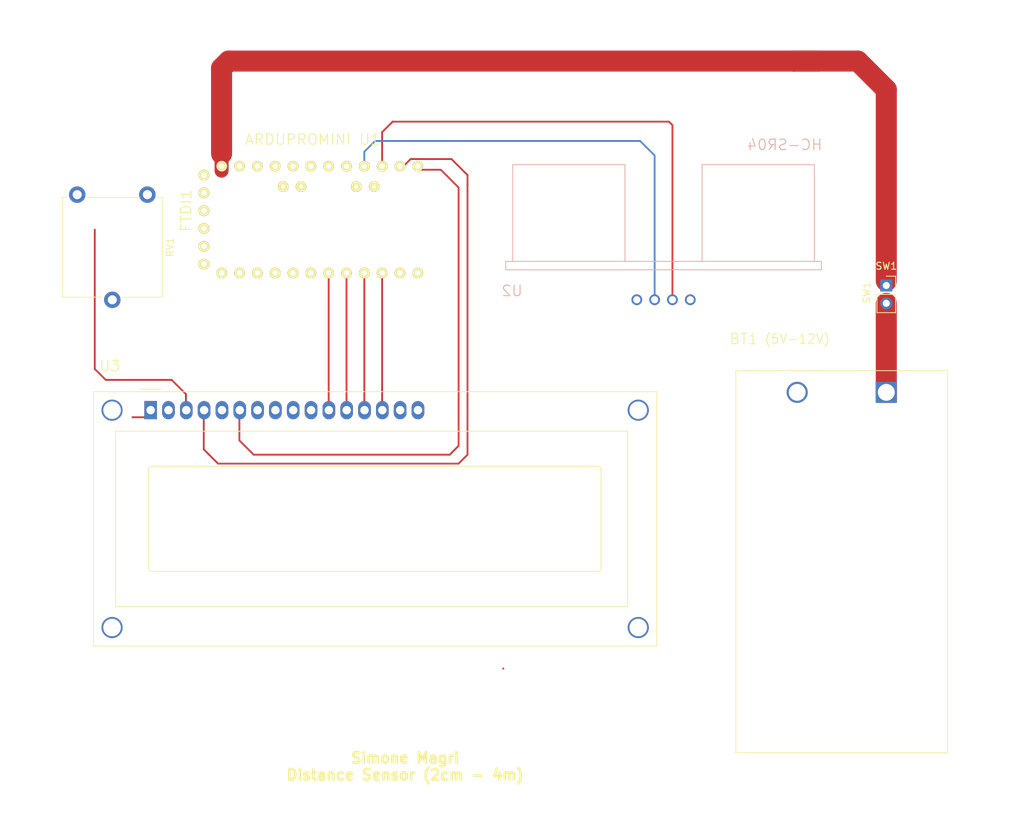
<source format=kicad_pcb>
(kicad_pcb (version 20171130) (host pcbnew 5.1.10-88a1d61d58~88~ubuntu18.04.1)

  (general
    (thickness 1.6)
    (drawings 5)
    (tracks 57)
    (zones 0)
    (modules 10)
    (nets 36)
  )

  (page A4)
  (title_block
    (title "Ultrasonic Distance Sensor (2cm - 4m) with LCD readout")
    (rev 1.0)
    (comment 4 "Author: Simone Magri")
  )

  (layers
    (0 F.Cu signal)
    (31 B.Cu signal)
    (32 B.Adhes user)
    (33 F.Adhes user)
    (34 B.Paste user)
    (35 F.Paste user)
    (36 B.SilkS user)
    (37 F.SilkS user)
    (38 B.Mask user)
    (39 F.Mask user)
    (40 Dwgs.User user)
    (41 Cmts.User user)
    (42 Eco1.User user)
    (43 Eco2.User user)
    (44 Edge.Cuts user)
    (45 Margin user)
    (46 B.CrtYd user)
    (47 F.CrtYd user)
    (48 B.Fab user)
    (49 F.Fab user)
  )

  (setup
    (last_trace_width 0.25)
    (user_trace_width 0.254)
    (user_trace_width 2)
    (user_trace_width 2.54)
    (user_trace_width 3)
    (user_trace_width 5)
    (user_trace_width 7)
    (user_trace_width 10)
    (trace_clearance 0.2)
    (zone_clearance 0.508)
    (zone_45_only no)
    (trace_min 0.2)
    (via_size 0.8)
    (via_drill 0.4)
    (via_min_size 0.4)
    (via_min_drill 0.3)
    (uvia_size 0.3)
    (uvia_drill 0.1)
    (uvias_allowed no)
    (uvia_min_size 0.2)
    (uvia_min_drill 0.1)
    (edge_width 0.05)
    (segment_width 0.2)
    (pcb_text_width 0.3)
    (pcb_text_size 1.5 1.5)
    (mod_edge_width 0.12)
    (mod_text_size 1 1)
    (mod_text_width 0.15)
    (pad_size 1.524 1.524)
    (pad_drill 0.762)
    (pad_to_mask_clearance 0)
    (aux_axis_origin 0 0)
    (visible_elements FFFFFF7F)
    (pcbplotparams
      (layerselection 0x010fc_ffffffff)
      (usegerberextensions false)
      (usegerberattributes true)
      (usegerberadvancedattributes true)
      (creategerberjobfile true)
      (excludeedgelayer true)
      (linewidth 0.100000)
      (plotframeref false)
      (viasonmask false)
      (mode 1)
      (useauxorigin false)
      (hpglpennumber 1)
      (hpglpenspeed 20)
      (hpglpendiameter 15.000000)
      (psnegative false)
      (psa4output false)
      (plotreference true)
      (plotvalue true)
      (plotinvisibletext false)
      (padsonsilk false)
      (subtractmaskfromsilk false)
      (outputformat 1)
      (mirror false)
      (drillshape 1)
      (scaleselection 1)
      (outputdirectory ""))
  )

  (net 0 "")
  (net 1 "Net-(BT1-Pad2)")
  (net 2 "Net-(BT1-Pad1)")
  (net 3 "Net-(FTDI1-Pad1)")
  (net 4 "Net-(FTDI1-Pad2)")
  (net 5 "Net-(FTDI1-Pad3)")
  (net 6 "Net-(FTDI1-Pad4)")
  (net 7 "Net-(FTDI1-Pad6)")
  (net 8 "Net-(FTDI1-Pad7)")
  (net 9 "Net-(FTDI1-Pad8)")
  (net 10 "Net-(FTDI1-Pad9)")
  (net 11 "Net-(FTDI1-Pad10)")
  (net 12 "Net-(FTDI1-Pad11)")
  (net 13 "Net-(FTDI1-Pad12)")
  (net 14 "Net-(FTDI1-Pad13)")
  (net 15 "Net-(FTDI1-Pad14)")
  (net 16 "Net-(FTDI1-Pad15)")
  (net 17 "Net-(FTDI1-Pad16)")
  (net 18 "Net-(FTDI1-Pad17)")
  (net 19 "Net-(FTDI1-Pad18)")
  (net 20 "Net-(FTDI1-Pad19)")
  (net 21 "Net-(FTDI1-Pad21)")
  (net 22 "Net-(FTDI1-Pad22)")
  (net 23 "Net-(FTDI1-Pad23)")
  (net 24 "Net-(FTDI1-Pad24)")
  (net 25 "Net-(FTDI1-Pad25)")
  (net 26 "Net-(FTDI1-Pad26)")
  (net 27 "Net-(FTDI1-Pad27)")
  (net 28 "Net-(FTDI1-Pad28)")
  (net 29 "Net-(FTDI1-Pad29)")
  (net 30 "Net-(FTDI1-Pad30)")
  (net 31 "Net-(RV1-Pad2)")
  (net 32 "Net-(U3-Pad7)")
  (net 33 "Net-(U3-Pad8)")
  (net 34 "Net-(U3-Pad9)")
  (net 35 "Net-(U3-Pad10)")

  (net_class Default "This is the default net class."
    (clearance 0.2)
    (trace_width 0.25)
    (via_dia 0.8)
    (via_drill 0.4)
    (uvia_dia 0.3)
    (uvia_drill 0.1)
    (add_net "Net-(BT1-Pad1)")
    (add_net "Net-(BT1-Pad2)")
    (add_net "Net-(FTDI1-Pad1)")
    (add_net "Net-(FTDI1-Pad10)")
    (add_net "Net-(FTDI1-Pad11)")
    (add_net "Net-(FTDI1-Pad12)")
    (add_net "Net-(FTDI1-Pad13)")
    (add_net "Net-(FTDI1-Pad14)")
    (add_net "Net-(FTDI1-Pad15)")
    (add_net "Net-(FTDI1-Pad16)")
    (add_net "Net-(FTDI1-Pad17)")
    (add_net "Net-(FTDI1-Pad18)")
    (add_net "Net-(FTDI1-Pad19)")
    (add_net "Net-(FTDI1-Pad2)")
    (add_net "Net-(FTDI1-Pad21)")
    (add_net "Net-(FTDI1-Pad22)")
    (add_net "Net-(FTDI1-Pad23)")
    (add_net "Net-(FTDI1-Pad24)")
    (add_net "Net-(FTDI1-Pad25)")
    (add_net "Net-(FTDI1-Pad26)")
    (add_net "Net-(FTDI1-Pad27)")
    (add_net "Net-(FTDI1-Pad28)")
    (add_net "Net-(FTDI1-Pad29)")
    (add_net "Net-(FTDI1-Pad3)")
    (add_net "Net-(FTDI1-Pad30)")
    (add_net "Net-(FTDI1-Pad4)")
    (add_net "Net-(FTDI1-Pad6)")
    (add_net "Net-(FTDI1-Pad7)")
    (add_net "Net-(FTDI1-Pad8)")
    (add_net "Net-(FTDI1-Pad9)")
    (add_net "Net-(RV1-Pad2)")
    (add_net "Net-(U3-Pad10)")
    (add_net "Net-(U3-Pad7)")
    (add_net "Net-(U3-Pad8)")
    (add_net "Net-(U3-Pad9)")
  )

  (module MountingHole:MountingHole_3.2mm_M3 (layer F.Cu) (tedit 56D1B4CB) (tstamp 610E2241)
    (at 175.26 149.86)
    (descr "Mounting Hole 3.2mm, no annular, M3")
    (tags "mounting hole 3.2mm no annular m3")
    (attr virtual)
    (fp_text reference REF** (at 0 -4.2) (layer F.SilkS) hide
      (effects (font (size 1 1) (thickness 0.15)))
    )
    (fp_text value MountingHole_3.2mm_M3 (at 0 4.2) (layer F.Fab)
      (effects (font (size 1 1) (thickness 0.15)))
    )
    (fp_circle (center 0 0) (end 3.45 0) (layer F.CrtYd) (width 0.05))
    (fp_circle (center 0 0) (end 3.2 0) (layer Cmts.User) (width 0.15))
    (fp_text user %R (at 0.3 0) (layer F.Fab)
      (effects (font (size 1 1) (thickness 0.15)))
    )
    (pad 1 np_thru_hole circle (at 0 0) (size 3.2 3.2) (drill 3.2) (layers *.Cu *.Mask))
  )

  (module MountingHole:MountingHole_3.2mm_M3 (layer F.Cu) (tedit 56D1B4CB) (tstamp 610E2224)
    (at 93.98 48.26)
    (descr "Mounting Hole 3.2mm, no annular, M3")
    (tags "mounting hole 3.2mm no annular m3")
    (attr virtual)
    (fp_text reference REF** (at 0 -4.2) (layer F.SilkS) hide
      (effects (font (size 1 1) (thickness 0.15)))
    )
    (fp_text value MountingHole_3.2mm_M3 (at 0 4.2) (layer F.Fab)
      (effects (font (size 1 1) (thickness 0.15)))
    )
    (fp_circle (center 0 0) (end 3.45 0) (layer F.CrtYd) (width 0.05))
    (fp_circle (center 0 0) (end 3.2 0) (layer Cmts.User) (width 0.15))
    (fp_text user %R (at 0.3 0) (layer F.Fab)
      (effects (font (size 1 1) (thickness 0.15)))
    )
    (pad 1 np_thru_hole circle (at 0 0) (size 3.2 3.2) (drill 3.2) (layers *.Cu *.Mask))
  )

  (module MountingHole:MountingHole_3.2mm_M3 (layer F.Cu) (tedit 56D1B4CB) (tstamp 610E2207)
    (at 220.98 48.26)
    (descr "Mounting Hole 3.2mm, no annular, M3")
    (tags "mounting hole 3.2mm no annular m3")
    (attr virtual)
    (fp_text reference REF** (at 0 -4.2) (layer F.SilkS) hide
      (effects (font (size 1 1) (thickness 0.15)))
    )
    (fp_text value MountingHole_3.2mm_M3 (at 0 4.2) (layer F.Fab)
      (effects (font (size 1 1) (thickness 0.15)))
    )
    (fp_circle (center 0 0) (end 3.45 0) (layer F.CrtYd) (width 0.05))
    (fp_circle (center 0 0) (end 3.2 0) (layer Cmts.User) (width 0.15))
    (fp_text user %R (at 0.3 0) (layer F.Fab)
      (effects (font (size 1 1) (thickness 0.15)))
    )
    (pad 1 np_thru_hole circle (at 0 0) (size 3.2 3.2) (drill 3.2) (layers *.Cu *.Mask))
  )

  (module MountingHole:MountingHole_3.2mm_M3 (layer F.Cu) (tedit 56D1B4CB) (tstamp 610E21EA)
    (at 93.98 149.86)
    (descr "Mounting Hole 3.2mm, no annular, M3")
    (tags "mounting hole 3.2mm no annular m3")
    (attr virtual)
    (fp_text reference REF** (at 1.778 -4.318) (layer F.SilkS) hide
      (effects (font (size 1 1) (thickness 0.15)))
    )
    (fp_text value MountingHole_3.2mm_M3 (at 0 4.2) (layer F.Fab)
      (effects (font (size 1 1) (thickness 0.15)))
    )
    (fp_circle (center 0 0) (end 3.45 0) (layer F.CrtYd) (width 0.05))
    (fp_circle (center 0 0) (end 3.2 0) (layer Cmts.User) (width 0.15))
    (fp_text user %R (at 0.3 0) (layer F.Fab)
      (effects (font (size 1 1) (thickness 0.15)))
    )
    (pad 1 np_thru_hole circle (at 0 0) (size 3.2 3.2) (drill 3.2) (layers *.Cu *.Mask))
  )

  (module ArduProMiniTKB:ArduProMini (layer F.Cu) (tedit 54CFF598) (tstamp 610E0E72)
    (at 109.7534 82.042 90)
    (path /5EA6518F)
    (autoplace_cost180 10)
    (fp_text reference FTDI1 (at 11.43 1.27 90) (layer F.SilkS)
      (effects (font (size 1.5 1.5) (thickness 0.15)))
    )
    (fp_text value "ARDUPROMINI U1" (at 21.59 19.2786 180) (layer F.SilkS)
      (effects (font (size 1.5 1.5) (thickness 0.15)))
    )
    (pad 1 thru_hole circle (at 3.81 3.81 90) (size 1.524 1.524) (drill 0.762) (layers *.Cu *.Mask F.SilkS)
      (net 3 "Net-(FTDI1-Pad1)"))
    (pad 2 thru_hole circle (at 6.35 3.81 90) (size 1.524 1.524) (drill 0.762) (layers *.Cu *.Mask F.SilkS)
      (net 4 "Net-(FTDI1-Pad2)"))
    (pad 3 thru_hole circle (at 8.89 3.81 90) (size 1.524 1.524) (drill 0.762) (layers *.Cu *.Mask F.SilkS)
      (net 5 "Net-(FTDI1-Pad3)"))
    (pad 4 thru_hole circle (at 11.43 3.81 90) (size 1.524 1.524) (drill 0.762) (layers *.Cu *.Mask F.SilkS)
      (net 6 "Net-(FTDI1-Pad4)"))
    (pad 5 thru_hole circle (at 13.97 3.81 90) (size 1.524 1.524) (drill 0.762) (layers *.Cu *.Mask F.SilkS))
    (pad 6 thru_hole circle (at 16.51 3.81 90) (size 1.524 1.524) (drill 0.762) (layers *.Cu *.Mask F.SilkS)
      (net 7 "Net-(FTDI1-Pad6)"))
    (pad 7 thru_hole circle (at 2.54 6.35 90) (size 1.524 1.524) (drill 0.762) (layers *.Cu *.Mask F.SilkS)
      (net 8 "Net-(FTDI1-Pad7)"))
    (pad 8 thru_hole circle (at 2.54 8.89 90) (size 1.524 1.524) (drill 0.762) (layers *.Cu *.Mask F.SilkS)
      (net 9 "Net-(FTDI1-Pad8)"))
    (pad 9 thru_hole circle (at 2.54 11.43 90) (size 1.524 1.524) (drill 0.762) (layers *.Cu *.Mask F.SilkS)
      (net 10 "Net-(FTDI1-Pad9)"))
    (pad 10 thru_hole circle (at 2.54 13.97 90) (size 1.524 1.524) (drill 0.762) (layers *.Cu *.Mask F.SilkS)
      (net 11 "Net-(FTDI1-Pad10)"))
    (pad 11 thru_hole circle (at 2.54 16.51 90) (size 1.524 1.524) (drill 0.762) (layers *.Cu *.Mask F.SilkS)
      (net 12 "Net-(FTDI1-Pad11)"))
    (pad 12 thru_hole circle (at 2.54 19.05 90) (size 1.524 1.524) (drill 0.762) (layers *.Cu *.Mask F.SilkS)
      (net 13 "Net-(FTDI1-Pad12)"))
    (pad 13 thru_hole circle (at 2.54 21.59 90) (size 1.524 1.524) (drill 0.762) (layers *.Cu *.Mask F.SilkS)
      (net 14 "Net-(FTDI1-Pad13)"))
    (pad 14 thru_hole circle (at 2.54 24.13 90) (size 1.524 1.524) (drill 0.762) (layers *.Cu *.Mask F.SilkS)
      (net 15 "Net-(FTDI1-Pad14)"))
    (pad 15 thru_hole circle (at 2.54 26.67 90) (size 1.524 1.524) (drill 0.762) (layers *.Cu *.Mask F.SilkS)
      (net 16 "Net-(FTDI1-Pad15)"))
    (pad 16 thru_hole circle (at 2.54 29.21 90) (size 1.524 1.524) (drill 0.762) (layers *.Cu *.Mask F.SilkS)
      (net 17 "Net-(FTDI1-Pad16)"))
    (pad 17 thru_hole circle (at 2.54 31.75 90) (size 1.524 1.524) (drill 0.762) (layers *.Cu *.Mask F.SilkS)
      (net 18 "Net-(FTDI1-Pad17)"))
    (pad 18 thru_hole circle (at 2.54 34.29 90) (size 1.524 1.524) (drill 0.762) (layers *.Cu *.Mask F.SilkS)
      (net 19 "Net-(FTDI1-Pad18)"))
    (pad 19 thru_hole circle (at 17.78 6.35 90) (size 1.524 1.524) (drill 0.762) (layers *.Cu *.Mask F.SilkS)
      (net 20 "Net-(FTDI1-Pad19)"))
    (pad 20 thru_hole circle (at 17.78 8.89 90) (size 1.524 1.524) (drill 0.762) (layers *.Cu *.Mask F.SilkS)
      (net 1 "Net-(BT1-Pad2)"))
    (pad 21 thru_hole circle (at 17.78 11.43 90) (size 1.524 1.524) (drill 0.762) (layers *.Cu *.Mask F.SilkS)
      (net 21 "Net-(FTDI1-Pad21)"))
    (pad 22 thru_hole circle (at 17.78 13.97 90) (size 1.524 1.524) (drill 0.762) (layers *.Cu *.Mask F.SilkS)
      (net 22 "Net-(FTDI1-Pad22)"))
    (pad 23 thru_hole circle (at 17.78 16.51 90) (size 1.524 1.524) (drill 0.762) (layers *.Cu *.Mask F.SilkS)
      (net 23 "Net-(FTDI1-Pad23)"))
    (pad 24 thru_hole circle (at 17.78 19.05 90) (size 1.524 1.524) (drill 0.762) (layers *.Cu *.Mask F.SilkS)
      (net 24 "Net-(FTDI1-Pad24)"))
    (pad 25 thru_hole circle (at 17.78 21.59 90) (size 1.524 1.524) (drill 0.762) (layers *.Cu *.Mask F.SilkS)
      (net 25 "Net-(FTDI1-Pad25)"))
    (pad 26 thru_hole circle (at 17.78 24.13 90) (size 1.524 1.524) (drill 0.762) (layers *.Cu *.Mask F.SilkS)
      (net 26 "Net-(FTDI1-Pad26)"))
    (pad 27 thru_hole circle (at 17.78 26.67 90) (size 1.524 1.524) (drill 0.762) (layers *.Cu *.Mask F.SilkS)
      (net 27 "Net-(FTDI1-Pad27)"))
    (pad 28 thru_hole circle (at 17.78 29.21 90) (size 1.524 1.524) (drill 0.762) (layers *.Cu *.Mask F.SilkS)
      (net 28 "Net-(FTDI1-Pad28)"))
    (pad 29 thru_hole circle (at 17.78 31.75 90) (size 1.524 1.524) (drill 0.762) (layers *.Cu *.Mask F.SilkS)
      (net 29 "Net-(FTDI1-Pad29)"))
    (pad 30 thru_hole circle (at 17.78 34.29 90) (size 1.524 1.524) (drill 0.762) (layers *.Cu *.Mask F.SilkS)
      (net 30 "Net-(FTDI1-Pad30)"))
    (pad 31 thru_hole circle (at 14.859 15.113 90) (size 1.5 1.5) (drill 0.6) (layers *.Cu *.Mask F.SilkS))
    (pad 32 thru_hole circle (at 14.859 17.653 90) (size 1.5 1.5) (drill 0.6) (layers *.Cu *.Mask F.SilkS))
    (pad 34 thru_hole circle (at 14.859 25.527 90) (size 1.5 1.5) (drill 0.6) (layers *.Cu *.Mask F.SilkS))
    (pad 35 thru_hole circle (at 14.859 28.067 90) (size 1.5 1.5) (drill 0.6) (layers *.Cu *.Mask F.SilkS))
  )

  (module XCVR_HC_SR04:XCVR_HC-SR04 (layer B.Cu) (tedit 5EAF9BFA) (tstamp 610BBDA2)
    (at 179.07 83.312)
    (path /5EAFAC5C)
    (fp_text reference U2 (at -21.59 -1.27) (layer B.SilkS)
      (effects (font (size 1.5 1.5) (thickness 0.15)) (justify mirror))
    )
    (fp_text value HC-SR04 (at 17.272 -22.098) (layer B.SilkS)
      (effects (font (size 1.5 1.5) (thickness 0.15)) (justify mirror))
    )
    (fp_line (start -21.5 -19.27) (end -5.5 -19.27) (layer B.SilkS) (width 0.127))
    (fp_line (start 5.5 -19.27) (end 21.5 -19.27) (layer B.SilkS) (width 0.127))
    (fp_line (start 22.5 -5.47) (end 21.5 -5.47) (layer B.SilkS) (width 0.127))
    (fp_line (start 21.5 -5.47) (end 5.5 -5.47) (layer B.SilkS) (width 0.127))
    (fp_line (start 5.5 -5.47) (end -5.5 -5.47) (layer B.SilkS) (width 0.127))
    (fp_line (start -5.5 -5.47) (end -21.5 -5.47) (layer B.SilkS) (width 0.127))
    (fp_line (start -21.5 -5.47) (end -22.5 -5.47) (layer B.SilkS) (width 0.127))
    (fp_line (start -22.5 -5.47) (end -22.5 -4.27) (layer B.SilkS) (width 0.127))
    (fp_line (start -22.5 -4.27) (end 22.5 -4.27) (layer B.SilkS) (width 0.127))
    (fp_line (start 22.5 -4.27) (end 22.5 -5.47) (layer B.SilkS) (width 0.127))
    (fp_line (start -21.5 -5.47) (end -21.5 -19.27) (layer B.SilkS) (width 0.127))
    (fp_line (start 21.5 -5.47) (end 21.5 -19.27) (layer B.SilkS) (width 0.127))
    (fp_line (start -5.5 -5.47) (end -5.5 -19.27) (layer B.SilkS) (width 0.127))
    (fp_line (start 5.5 -5.47) (end 5.5 -19.27) (layer B.SilkS) (width 0.127))
    (fp_line (start -22.75 -4) (end -22.75 -19.5) (layer B.CrtYd) (width 0.05))
    (fp_line (start -22.75 -19.5) (end 22.75 -19.5) (layer B.CrtYd) (width 0.05))
    (fp_line (start 22.75 -19.5) (end 22.75 -4) (layer B.CrtYd) (width 0.05))
    (fp_line (start 22.75 -4) (end 5 -4) (layer B.CrtYd) (width 0.05))
    (fp_line (start 5 -4) (end 5 1.25) (layer B.CrtYd) (width 0.05))
    (fp_line (start 5 1.25) (end -5 1.25) (layer B.CrtYd) (width 0.05))
    (fp_line (start -5 1.25) (end -5 -4) (layer B.CrtYd) (width 0.05))
    (fp_line (start -5 -4) (end -22.75 -4) (layer B.CrtYd) (width 0.05))
    (pad 2 thru_hole circle (at -1.27 0) (size 1.53 1.53) (drill 1.02) (layers *.Cu *.Mask)
      (net 28 "Net-(FTDI1-Pad28)"))
    (pad 3 thru_hole circle (at 1.27 0) (size 1.53 1.53) (drill 1.02) (layers *.Cu *.Mask)
      (net 27 "Net-(FTDI1-Pad27)"))
    (pad 4 thru_hole circle (at 3.81 0) (size 1.53 1.53) (drill 1.02) (layers *.Cu *.Mask)
      (net 1 "Net-(BT1-Pad2)"))
    (pad 1 thru_hole circle (at -3.81 0) (size 1.53 1.53) (drill 1.02) (layers *.Cu *.Mask)
      (net 22 "Net-(FTDI1-Pad22)"))
  )

  (module Battery:BatteryHolder_Eagle_12BH611-GR (layer F.Cu) (tedit 5F4B6D66) (tstamp 610BBE24)
    (at 210.82 96.52 90)
    (descr https://eu.mouser.com/datasheet/2/209/EPD-200766-1274481.pdf)
    (tags "9V Battery Holder")
    (path /5EB40D5F)
    (fp_text reference BT1 (at 7.62 -20.32 180) (layer F.SilkS)
      (effects (font (size 1.5 1.5) (thickness 0.15)))
    )
    (fp_text value "(5V-12V)" (at 7.62 -12.7 180) (layer F.SilkS)
      (effects (font (size 1.3 1.3) (thickness 0.15)))
    )
    (fp_line (start -51.4 -21.45) (end 3.1 -21.45) (layer F.SilkS) (width 0.12))
    (fp_line (start 3.1 -21.45) (end 3.1 8.75) (layer F.SilkS) (width 0.12))
    (fp_line (start 3.1 8.75) (end -51.4 8.75) (layer F.SilkS) (width 0.12))
    (fp_line (start -51.4 8.75) (end -51.4 -21.45) (layer F.SilkS) (width 0.12))
    (fp_line (start -51.9 -21.95) (end 3.6 -21.95) (layer F.CrtYd) (width 0.05))
    (fp_line (start 3.6 -21.95) (end 3.6 9.25) (layer F.CrtYd) (width 0.05))
    (fp_line (start 3.6 9.25) (end -51.9 9.25) (layer F.CrtYd) (width 0.05))
    (fp_line (start -51.9 9.25) (end -51.9 -21.95) (layer F.CrtYd) (width 0.05))
    (fp_line (start 1.85 8.75) (end 1.85 -21.45) (layer F.Fab) (width 0.1))
    (fp_line (start -2 -21.45) (end -2 8.75) (layer F.Fab) (width 0.1))
    (fp_line (start -2 -14.75) (end -4 -14.75) (layer F.Fab) (width 0.1))
    (fp_line (start -4 -14.75) (end -4 -10.65) (layer F.Fab) (width 0.1))
    (fp_line (start -4 -10.65) (end -2 -10.65) (layer F.Fab) (width 0.1))
    (fp_line (start -2 -0.25) (end -4 -0.25) (layer F.Fab) (width 0.1))
    (fp_line (start -4 -2.55) (end -4 2.55) (layer F.Fab) (width 0.1))
    (fp_line (start -4 0.25) (end -2 0.25) (layer F.Fab) (width 0.1))
    (fp_line (start -4 -2.05) (end -2 -2.05) (layer F.Fab) (width 0.1))
    (fp_line (start -2 -2.55) (end -4 -2.55) (layer F.Fab) (width 0.1))
    (fp_line (start -4 2.55) (end -2 2.55) (layer F.Fab) (width 0.1))
    (fp_line (start -2 2.05) (end -4 2.05) (layer F.Fab) (width 0.1))
    (fp_line (start -2 -19.35) (end -27 -19.35) (layer F.Fab) (width 0.1))
    (fp_line (start -27 -19.35) (end -27 -21.45) (layer F.Fab) (width 0.1))
    (fp_line (start -2 6.65) (end -27 6.65) (layer F.Fab) (width 0.1))
    (fp_line (start -27 6.65) (end -27 8.75) (layer F.Fab) (width 0.1))
    (fp_line (start -51.4 -15.35) (end -47 -15.35) (layer F.Fab) (width 0.1))
    (fp_line (start -51.4 2.65) (end -47 2.65) (layer F.Fab) (width 0.1))
    (fp_line (start -50 2.65) (end -50 -15.35) (layer F.Fab) (width 0.1))
    (fp_line (start -49 2.65) (end -49 -15.35) (layer F.Fab) (width 0.1))
    (fp_line (start -48 2.65) (end -48 -15.35) (layer F.Fab) (width 0.1))
    (fp_line (start -47 2.65) (end -47 -15.35) (layer F.Fab) (width 0.1))
    (fp_line (start -51.4 8.75) (end -51.4 -21.45) (layer F.Fab) (width 0.1))
    (fp_line (start -51.4 -21.45) (end 3.1 -21.45) (layer F.Fab) (width 0.1))
    (fp_line (start 3.1 8.75) (end -51.4 8.75) (layer F.Fab) (width 0.1))
    (fp_line (start 3.1 -21.45) (end 3.1 8.75) (layer F.Fab) (width 0.1))
    (fp_text user + (at -7 0 90) (layer F.Fab)
      (effects (font (size 3 3) (thickness 0.45)))
    )
    (fp_text user - (at -7 -12.7 90) (layer F.Fab)
      (effects (font (size 3 3) (thickness 0.45)))
    )
    (fp_text user %R (at -39.624 0.508 270) (layer F.Fab)
      (effects (font (size 1 1) (thickness 0.15)))
    )
    (pad 2 thru_hole circle (at 0 -12.7 90) (size 3 3) (drill 2.4) (layers *.Cu *.Mask)
      (net 1 "Net-(BT1-Pad2)"))
    (pad 1 thru_hole rect (at 0 0 90) (size 3 3) (drill 2.4) (layers *.Cu *.Mask)
      (net 2 "Net-(BT1-Pad1)"))
    (pad "" np_thru_hole circle (at -10.9 -17.45 90) (size 2.6 2.6) (drill 2.6) (layers *.Cu *.Mask))
    (pad "" np_thru_hole circle (at -38.9 -17.45 90) (size 2.6 2.6) (drill 2.6) (layers *.Cu *.Mask))
    (pad "" np_thru_hole circle (at -24.15 4.75 90) (size 2.6 2.6) (drill 2.6) (layers *.Cu *.Mask))
    (model ${KISYS3DMOD}/Battery.3dshapes/BatteryHolder_Eagle_12BH611-GR.wrl
      (at (xyz 0 0 0))
      (scale (xyz 1 1 1))
      (rotate (xyz 0 0 0))
    )
  )

  (module Connector_PinSocket_2.54mm:PinSocket_1x02_P2.54mm_Vertical (layer F.Cu) (tedit 5A19A420) (tstamp 610BBEF6)
    (at 210.82 81.28)
    (descr "Through hole straight socket strip, 1x02, 2.54mm pitch, single row (from Kicad 4.0.7), script generated")
    (tags "Through hole socket strip THT 1x02 2.54mm single row")
    (path /5EB06903)
    (fp_text reference SW1 (at 0 -2.77) (layer F.SilkS)
      (effects (font (size 1 1) (thickness 0.15)))
    )
    (fp_text value SW_SPST (at 0.508 9.398 90) (layer F.Fab)
      (effects (font (size 1 1) (thickness 0.15)))
    )
    (fp_line (start -1.27 -1.27) (end 0.635 -1.27) (layer F.Fab) (width 0.1))
    (fp_line (start 0.635 -1.27) (end 1.27 -0.635) (layer F.Fab) (width 0.1))
    (fp_line (start 1.27 -0.635) (end 1.27 3.81) (layer F.Fab) (width 0.1))
    (fp_line (start 1.27 3.81) (end -1.27 3.81) (layer F.Fab) (width 0.1))
    (fp_line (start -1.27 3.81) (end -1.27 -1.27) (layer F.Fab) (width 0.1))
    (fp_line (start -1.33 1.27) (end 1.33 1.27) (layer F.SilkS) (width 0.12))
    (fp_line (start -1.33 1.27) (end -1.33 3.87) (layer F.SilkS) (width 0.12))
    (fp_line (start -1.33 3.87) (end 1.33 3.87) (layer F.SilkS) (width 0.12))
    (fp_line (start 1.33 1.27) (end 1.33 3.87) (layer F.SilkS) (width 0.12))
    (fp_line (start 1.33 -1.33) (end 1.33 0) (layer F.SilkS) (width 0.12))
    (fp_line (start 0 -1.33) (end 1.33 -1.33) (layer F.SilkS) (width 0.12))
    (fp_line (start -1.8 -1.8) (end 1.75 -1.8) (layer F.CrtYd) (width 0.05))
    (fp_line (start 1.75 -1.8) (end 1.75 4.3) (layer F.CrtYd) (width 0.05))
    (fp_line (start 1.75 4.3) (end -1.8 4.3) (layer F.CrtYd) (width 0.05))
    (fp_line (start -1.8 4.3) (end -1.8 -1.8) (layer F.CrtYd) (width 0.05))
    (fp_text user %R (at -2.794 1.016 90) (layer F.SilkS)
      (effects (font (size 1 1) (thickness 0.15)))
    )
    (pad 1 thru_hole rect (at 0 0) (size 1.7 1.7) (drill 1) (layers *.Cu *.Mask)
      (net 20 "Net-(FTDI1-Pad19)"))
    (pad 2 thru_hole oval (at 0 2.54) (size 1.7 1.7) (drill 1) (layers *.Cu *.Mask)
      (net 2 "Net-(BT1-Pad1)"))
    (model ${KISYS3DMOD}/Connector_PinSocket_2.54mm.3dshapes/PinSocket_1x02_P2.54mm_Vertical.wrl
      (at (xyz 0 0 0))
      (scale (xyz 1 1 1))
      (rotate (xyz 0 0 0))
    )
  )

  (module Display:WC1602A (layer F.Cu) (tedit 5A02FE80) (tstamp 610DE5B1)
    (at 105.9688 99.06)
    (descr "LCD 16x2 http://www.wincomlcd.com/pdf/WC1602A-SFYLYHTC06.pdf")
    (tags "LCD 16x2 Alphanumeric 16pin")
    (path /5EA7D66F)
    (fp_text reference U3 (at -5.82 -6.2992) (layer F.SilkS)
      (effects (font (size 1.5 1.5) (thickness 0.15)))
    )
    (fp_text value RC1602A (at -4.31 34.66) (layer F.Fab)
      (effects (font (size 1 1) (thickness 0.15)))
    )
    (fp_line (start -8.14 33.64) (end 72.14 33.64) (layer F.SilkS) (width 0.12))
    (fp_line (start 72.14 33.64) (end 72.14 -2.64) (layer F.SilkS) (width 0.12))
    (fp_line (start 72.14 -2.64) (end -7.34 -2.64) (layer F.SilkS) (width 0.12))
    (fp_line (start -8.14 -2.64) (end -8.14 33.64) (layer F.SilkS) (width 0.12))
    (fp_line (start -8.13 -2.64) (end -7.34 -2.64) (layer F.SilkS) (width 0.12))
    (fp_line (start -8.25 -2.75) (end -8.25 33.75) (layer F.CrtYd) (width 0.05))
    (fp_line (start -8.25 33.75) (end 72.25 33.75) (layer F.CrtYd) (width 0.05))
    (fp_line (start 72.25 -2.75) (end 72.25 33.75) (layer F.CrtYd) (width 0.05))
    (fp_line (start -1.5 -3) (end 1.5 -3) (layer F.SilkS) (width 0.12))
    (fp_line (start -8.25 -2.75) (end 72.25 -2.75) (layer F.CrtYd) (width 0.05))
    (fp_line (start 1 -2.5) (end 0 -1.5) (layer F.Fab) (width 0.1))
    (fp_line (start 0 -1.5) (end -1 -2.5) (layer F.Fab) (width 0.1))
    (fp_line (start -1 -2.5) (end -8 -2.5) (layer F.Fab) (width 0.1))
    (fp_line (start 0.2 8) (end 63.7 8) (layer F.SilkS) (width 0.12))
    (fp_line (start -0.29972 22.49932) (end -0.29972 8.5) (layer F.SilkS) (width 0.12))
    (fp_line (start 63.70066 23) (end 0.2 23) (layer F.SilkS) (width 0.12))
    (fp_line (start 64.2 8.5) (end 64.2 22.5) (layer F.SilkS) (width 0.12))
    (fp_line (start -5 3) (end 68 3) (layer F.SilkS) (width 0.12))
    (fp_line (start 68 3) (end 68 28) (layer F.SilkS) (width 0.12))
    (fp_line (start 68 28) (end -5 28) (layer F.SilkS) (width 0.12))
    (fp_line (start -5 28) (end -5 3) (layer F.SilkS) (width 0.12))
    (fp_line (start 1 -2.5) (end 72 -2.5) (layer F.Fab) (width 0.1))
    (fp_line (start 72 -2.5) (end 72 33.5) (layer F.Fab) (width 0.1))
    (fp_line (start 72 33.5) (end -8 33.5) (layer F.Fab) (width 0.1))
    (fp_line (start -8 33.5) (end -8 -2.5) (layer F.Fab) (width 0.1))
    (fp_text user %R (at 30.37 14.74) (layer F.Fab)
      (effects (font (size 1 1) (thickness 0.1)))
    )
    (fp_arc (start 63.7 8.5) (end 63.7 8) (angle 90) (layer F.SilkS) (width 0.12))
    (fp_arc (start 63.70066 22.49932) (end 64.20104 22.49932) (angle 90) (layer F.SilkS) (width 0.12))
    (fp_arc (start 0.20066 22.49932) (end 0.20066 22.9997) (angle 90) (layer F.SilkS) (width 0.12))
    (fp_arc (start 0.20066 8.49884) (end -0.29972 8.49884) (angle 90) (layer F.SilkS) (width 0.12))
    (pad 1 thru_hole rect (at 0 0) (size 1.8 2.6) (drill 1.2) (layers *.Cu *.Mask)
      (net 1 "Net-(BT1-Pad2)"))
    (pad 2 thru_hole oval (at 2.54 0) (size 1.8 2.6) (drill 1.2) (layers *.Cu *.Mask)
      (net 22 "Net-(FTDI1-Pad22)"))
    (pad 3 thru_hole oval (at 5.08 0) (size 1.8 2.6) (drill 1.2) (layers *.Cu *.Mask)
      (net 31 "Net-(RV1-Pad2)"))
    (pad 4 thru_hole oval (at 7.62 0) (size 1.8 2.6) (drill 1.2) (layers *.Cu *.Mask)
      (net 29 "Net-(FTDI1-Pad29)"))
    (pad 5 thru_hole oval (at 10.16 0) (size 1.8 2.6) (drill 1.2) (layers *.Cu *.Mask)
      (net 1 "Net-(BT1-Pad2)"))
    (pad 6 thru_hole oval (at 12.7 0) (size 1.8 2.6) (drill 1.2) (layers *.Cu *.Mask)
      (net 30 "Net-(FTDI1-Pad30)"))
    (pad 7 thru_hole oval (at 15.24 0) (size 1.8 2.6) (drill 1.2) (layers *.Cu *.Mask)
      (net 32 "Net-(U3-Pad7)"))
    (pad 8 thru_hole oval (at 17.78 0) (size 1.8 2.6) (drill 1.2) (layers *.Cu *.Mask)
      (net 33 "Net-(U3-Pad8)"))
    (pad 9 thru_hole oval (at 20.32 0) (size 1.8 2.6) (drill 1.2) (layers *.Cu *.Mask)
      (net 34 "Net-(U3-Pad9)"))
    (pad 10 thru_hole oval (at 22.86 0) (size 1.8 2.6) (drill 1.2) (layers *.Cu *.Mask)
      (net 35 "Net-(U3-Pad10)"))
    (pad 11 thru_hole oval (at 25.4 0) (size 1.8 2.6) (drill 1.2) (layers *.Cu *.Mask)
      (net 14 "Net-(FTDI1-Pad13)"))
    (pad 12 thru_hole oval (at 27.94 0) (size 1.8 2.6) (drill 1.2) (layers *.Cu *.Mask)
      (net 15 "Net-(FTDI1-Pad14)"))
    (pad 13 thru_hole oval (at 30.48 0) (size 1.8 2.6) (drill 1.2) (layers *.Cu *.Mask)
      (net 16 "Net-(FTDI1-Pad15)"))
    (pad 14 thru_hole oval (at 33.02 0) (size 1.8 2.6) (drill 1.2) (layers *.Cu *.Mask)
      (net 17 "Net-(FTDI1-Pad16)"))
    (pad 15 thru_hole oval (at 35.56 0) (size 1.8 2.6) (drill 1.2) (layers *.Cu *.Mask)
      (net 22 "Net-(FTDI1-Pad22)"))
    (pad 16 thru_hole oval (at 38.1 0) (size 1.8 2.6) (drill 1.2) (layers *.Cu *.Mask)
      (net 1 "Net-(BT1-Pad2)"))
    (pad "" thru_hole circle (at -5.4991 0) (size 3 3) (drill 2.5) (layers *.Cu *.Mask))
    (pad "" thru_hole circle (at -5.4991 31.0007) (size 3 3) (drill 2.5) (layers *.Cu *.Mask))
    (pad "" thru_hole circle (at 69.49948 31.0007) (size 3 3) (drill 2.5) (layers *.Cu *.Mask))
    (pad "" thru_hole circle (at 69.5 0) (size 3 3) (drill 2.5) (layers *.Cu *.Mask))
    (model ${KISYS3DMOD}/Display.3dshapes/WC1602A.wrl
      (at (xyz 0 0 0))
      (scale (xyz 1 1 1))
      (rotate (xyz 0 0 0))
    )
  )

  (module Potentiometer_THT:Potentiometer_ACP_CA14V-15_Vertical (layer F.Cu) (tedit 5A3D4994) (tstamp 610E2A67)
    (at 95.504 68.326 270)
    (descr "Potentiometer, vertical, ACP CA14V-15, http://www.acptechnologies.com/wp-content/uploads/2017/10/03-ACP-CA14-CE14.pdf")
    (tags "Potentiometer vertical ACP CA14V-15")
    (path /5EB46A0B)
    (fp_text reference RV1 (at 7.5 -13.25 90) (layer F.SilkS)
      (effects (font (size 1 1) (thickness 0.15)))
    )
    (fp_text value "(5ohm)" (at 7.5 3.25 90) (layer F.Fab)
      (effects (font (size 1 1) (thickness 0.15)))
    )
    (fp_line (start 16.45 -12.25) (end -1.45 -12.25) (layer F.CrtYd) (width 0.05))
    (fp_line (start 16.45 2.25) (end 16.45 -12.25) (layer F.CrtYd) (width 0.05))
    (fp_line (start -1.45 2.25) (end 16.45 2.25) (layer F.CrtYd) (width 0.05))
    (fp_line (start -1.45 -12.25) (end -1.45 2.25) (layer F.CrtYd) (width 0.05))
    (fp_line (start 14.62 -3.575) (end 14.62 2.12) (layer F.SilkS) (width 0.12))
    (fp_line (start 14.62 -12.12) (end 14.62 -6.425) (layer F.SilkS) (width 0.12))
    (fp_line (start 0.38 1.425) (end 0.38 2.12) (layer F.SilkS) (width 0.12))
    (fp_line (start 0.38 -8.574) (end 0.38 -1.425) (layer F.SilkS) (width 0.12))
    (fp_line (start 0.38 -12.12) (end 0.38 -11.426) (layer F.SilkS) (width 0.12))
    (fp_line (start 0.38 2.12) (end 14.62 2.12) (layer F.SilkS) (width 0.12))
    (fp_line (start 0.38 -12.12) (end 14.62 -12.12) (layer F.SilkS) (width 0.12))
    (fp_line (start 14.5 -12) (end 0.5 -12) (layer F.Fab) (width 0.1))
    (fp_line (start 14.5 2) (end 14.5 -12) (layer F.Fab) (width 0.1))
    (fp_line (start 0.5 2) (end 14.5 2) (layer F.Fab) (width 0.1))
    (fp_line (start 0.5 -12) (end 0.5 2) (layer F.Fab) (width 0.1))
    (fp_circle (center 7.5 -5) (end 10 -5) (layer F.Fab) (width 0.1))
    (fp_text user %R (at 1.5 -5) (layer F.Fab)
      (effects (font (size 1 1) (thickness 0.15)))
    )
    (pad 3 thru_hole circle (at 0 -10 270) (size 2.34 2.34) (drill 1.3) (layers *.Cu *.Mask)
      (net 1 "Net-(BT1-Pad2)"))
    (pad 2 thru_hole circle (at 15 -5 270) (size 2.34 2.34) (drill 1.3) (layers *.Cu *.Mask)
      (net 31 "Net-(RV1-Pad2)"))
    (pad 1 thru_hole circle (at 0 0 270) (size 2.34 2.34) (drill 1.3) (layers *.Cu *.Mask)
      (net 22 "Net-(FTDI1-Pad22)"))
    (model ${KISYS3DMOD}/Potentiometer_THT.3dshapes/Potentiometer_ACP_CA14V-15_Vertical.wrl
      (at (xyz 0 0 0))
      (scale (xyz 1 1 1))
      (rotate (xyz 0 0 0))
    )
  )

  (gr_text "Simone Magri\nDistance Sensor (2cm - 4m)" (at 142.24 149.86) (layer F.SilkS)
    (effects (font (size 1.5 1.5) (thickness 0.375)))
  )
  (gr_line (start 86.36 157.48) (end 86.36 40.64) (layer Dwgs.User) (width 0.15) (tstamp 610E1031))
  (gr_line (start 228.6 157.48) (end 86.36 157.48) (layer Dwgs.User) (width 0.15))
  (gr_line (start 228.6 40.64) (end 228.6 157.48) (layer Dwgs.User) (width 0.15))
  (gr_line (start 86.36 40.64) (end 228.6 40.64) (layer Dwgs.User) (width 0.15))

  (segment (start 103.38562 100.076) (end 103.38308 100.07854) (width 0.254) (layer F.Cu) (net 1))
  (segment (start 105.918 100.076) (end 103.38562 100.076) (width 0.254) (layer F.Cu) (net 1))
  (segment (start 210.82 96.52) (end 210.82 83.830001) (width 3) (layer F.Cu) (net 2))
  (segment (start 131.3434 100.0506) (end 131.318 100.076) (width 0.254) (layer F.Cu) (net 14) (tstamp 610BBE85))
  (segment (start 131.3434 99.0346) (end 131.3688 99.06) (width 0.254) (layer F.Cu) (net 14))
  (segment (start 131.3434 79.502) (end 131.3434 99.0346) (width 0.254) (layer F.Cu) (net 14))
  (segment (start 133.8834 100.0506) (end 133.858 100.076) (width 0.254) (layer F.Cu) (net 15) (tstamp 610BBDE9))
  (segment (start 133.8834 99.0346) (end 133.9088 99.06) (width 0.254) (layer F.Cu) (net 15))
  (segment (start 133.8834 79.502) (end 133.8834 99.0346) (width 0.254) (layer F.Cu) (net 15))
  (segment (start 136.4234 100.05822) (end 136.40308 100.07854) (width 0.254) (layer F.Cu) (net 16) (tstamp 610BBEC1))
  (segment (start 136.4234 99.0346) (end 136.4488 99.06) (width 0.254) (layer F.Cu) (net 16))
  (segment (start 136.4234 79.502) (end 136.4234 99.0346) (width 0.254) (layer F.Cu) (net 16))
  (segment (start 138.9634 100.0506) (end 138.938 100.076) (width 0.254) (layer F.Cu) (net 17) (tstamp 610BBE8E))
  (segment (start 138.9634 99.0346) (end 138.9888 99.06) (width 0.254) (layer F.Cu) (net 17))
  (segment (start 138.9634 79.502) (end 138.9634 99.0346) (width 0.254) (layer F.Cu) (net 17))
  (segment (start 116.078 64.8974) (end 116.078 62.484) (width 2) (layer F.Cu) (net 20) (tstamp 610BBEA6))
  (segment (start 116.078 62.484) (end 116.078 50.292) (width 3) (layer F.Cu) (net 20))
  (segment (start 116.078 50.292) (end 117.094 49.276) (width 3) (layer F.Cu) (net 20))
  (segment (start 197.612 49.276) (end 206.756 49.276) (width 3) (layer F.Cu) (net 20))
  (segment (start 197.612 49.276) (end 201.168 49.276) (width 3) (layer F.Cu) (net 20))
  (segment (start 117.094 49.276) (end 197.612 49.276) (width 3) (layer F.Cu) (net 20))
  (segment (start 206.756 49.276) (end 210.82 53.34) (width 3) (layer F.Cu) (net 20))
  (segment (start 210.82 53.34) (end 210.82 80.629991) (width 3) (layer F.Cu) (net 20))
  (segment (start 136.4234 62.2046) (end 136.4234 64.77) (width 0.254) (layer B.Cu) (net 27))
  (segment (start 137.958999 60.669001) (end 136.4234 62.2046) (width 0.254) (layer B.Cu) (net 27))
  (segment (start 175.731001 60.669001) (end 137.958999 60.669001) (width 0.254) (layer B.Cu) (net 27))
  (segment (start 177.8 82.55) (end 177.8 62.738) (width 0.254) (layer B.Cu) (net 27))
  (segment (start 177.8 62.738) (end 175.731001 60.669001) (width 0.254) (layer B.Cu) (net 27))
  (segment (start 180.34 82.55) (end 180.34 58.42) (width 0.254) (layer F.Cu) (net 28) (tstamp 610BBE88))
  (segment (start 180.34 58.42) (end 179.832 57.912) (width 0.254) (layer F.Cu) (net 28) (tstamp 610BBDF2))
  (segment (start 179.832 57.912) (end 140.462 57.912) (width 0.254) (layer F.Cu) (net 28) (tstamp 610BBECD))
  (segment (start 138.9634 59.4106) (end 138.9634 64.77) (width 0.254) (layer F.Cu) (net 28) (tstamp 610BBDE6))
  (segment (start 140.462 57.912) (end 138.9634 59.4106) (width 0.254) (layer F.Cu) (net 28) (tstamp 610BBEA0))
  (segment (start 113.538 104.648) (end 113.538 100.076) (width 0.254) (layer F.Cu) (net 29) (tstamp 610C9D5E))
  (segment (start 115.57 106.68) (end 113.538 104.648) (width 0.254) (layer F.Cu) (net 29) (tstamp 610C9D58))
  (segment (start 149.86 106.68) (end 115.57 106.68) (width 0.254) (layer F.Cu) (net 29) (tstamp 610C9D64))
  (segment (start 151.13 105.41) (end 149.86 106.68) (width 0.254) (layer F.Cu) (net 29) (tstamp 610C9D67))
  (segment (start 151.13 67.056) (end 151.13 65.532) (width 0.254) (layer F.Cu) (net 29) (tstamp 610C9D55))
  (segment (start 151.13 67.056) (end 151.13 66.802) (width 0.254) (layer F.Cu) (net 29) (tstamp 610C9D5B))
  (segment (start 151.13 67.94359) (end 151.13 67.056) (width 0.254) (layer F.Cu) (net 29) (tstamp 610C9D61))
  (segment (start 151.13 65.532) (end 148.844 63.246) (width 0.254) (layer F.Cu) (net 29) (tstamp 610C9D6A))
  (segment (start 143.0274 63.246) (end 141.5034 64.77) (width 0.254) (layer F.Cu) (net 29) (tstamp 610C9D70))
  (segment (start 148.844 63.246) (end 143.0274 63.246) (width 0.254) (layer F.Cu) (net 29) (tstamp 610C9D52))
  (segment (start 151.13 67.94359) (end 151.13 105.41) (width 0.254) (layer F.Cu) (net 29) (tstamp 610C9D6D))
  (segment (start 118.618 103.378) (end 118.618 100.076) (width 0.254) (layer F.Cu) (net 30))
  (segment (start 147.32 64.77) (end 149.86 67.31) (width 0.254) (layer F.Cu) (net 30))
  (segment (start 148.59 105.41) (end 120.65 105.41) (width 0.254) (layer F.Cu) (net 30))
  (segment (start 120.65 105.41) (end 118.618 103.378) (width 0.254) (layer F.Cu) (net 30))
  (segment (start 144.0434 64.77) (end 147.32 64.77) (width 0.254) (layer F.Cu) (net 30))
  (segment (start 149.86 67.31) (end 149.86 104.14) (width 0.254) (layer F.Cu) (net 30))
  (segment (start 149.86 104.14) (end 148.59 105.41) (width 0.254) (layer F.Cu) (net 30))
  (segment (start 156.25 135.93) (end 156.21 135.89) (width 0.25) (layer F.Cu) (net 31) (tstamp 610BBECA))
  (segment (start 98.004 73.326) (end 98.004 93.178) (width 0.254) (layer F.Cu) (net 31))
  (segment (start 98.004 93.178) (end 99.568 94.742) (width 0.254) (layer F.Cu) (net 31))
  (segment (start 99.568 94.742) (end 108.966 94.742) (width 0.254) (layer F.Cu) (net 31))
  (segment (start 110.998 96.774) (end 110.998 100.076) (width 0.254) (layer F.Cu) (net 31))
  (segment (start 108.966 94.742) (end 110.998 96.774) (width 0.254) (layer F.Cu) (net 31))

)

</source>
